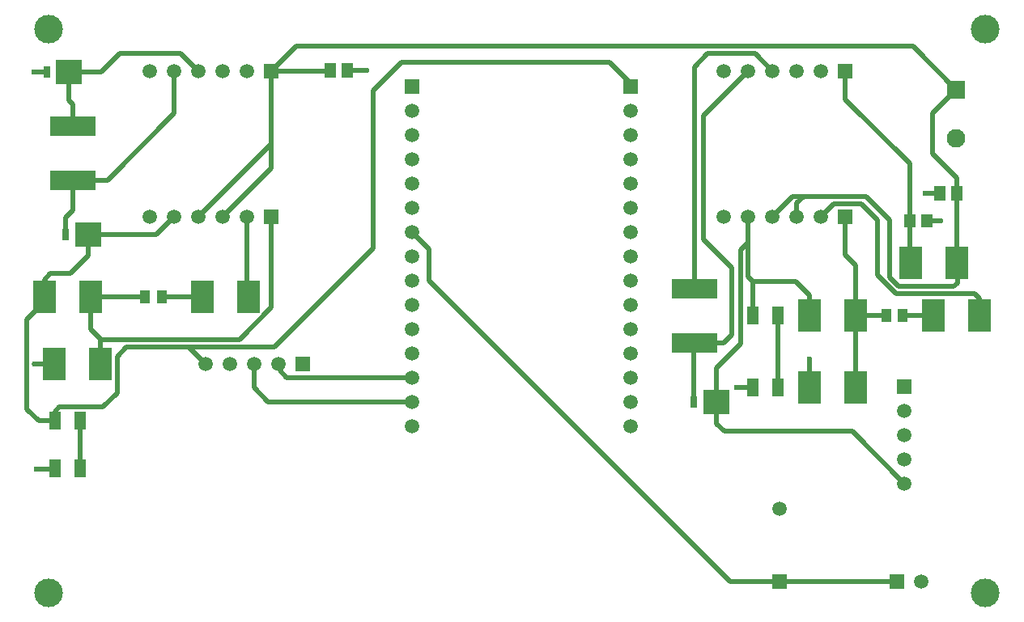
<source format=gtl>
G04*
G04 #@! TF.GenerationSoftware,Altium Limited,Altium Designer,22.8.2 (66)*
G04*
G04 Layer_Physical_Order=1*
G04 Layer_Color=255*
%FSLAX44Y44*%
%MOMM*%
G71*
G04*
G04 #@! TF.SameCoordinates,AD83E0BB-F914-43FB-B5B6-00057FB2F5A7*
G04*
G04*
G04 #@! TF.FilePolarity,Positive*
G04*
G01*
G75*
%ADD12R,1.2000X1.5200*%
%ADD13R,1.1500X1.4500*%
%ADD14R,2.3700X3.3700*%
%ADD15R,1.1000X1.3800*%
%ADD16R,4.7000X2.0500*%
%ADD17R,0.7620X1.2700*%
%ADD18R,2.6700X2.5400*%
%ADD19R,1.3000X1.9200*%
%ADD35C,0.5000*%
%ADD36C,3.0000*%
%ADD37R,1.9500X1.9500*%
%ADD38C,1.9500*%
%ADD39R,1.5000X1.5000*%
%ADD40C,1.5000*%
%ADD41R,1.5000X1.5000*%
%ADD42C,0.6000*%
D12*
X962690Y448480D02*
D03*
X980430D02*
D03*
X324530Y577090D02*
D03*
X342270D02*
D03*
D13*
X948810Y419778D02*
D03*
X930810D02*
D03*
D14*
X931762Y375836D02*
D03*
X979862D02*
D03*
X1004050Y320000D02*
D03*
X955950D02*
D03*
X825950D02*
D03*
X874050D02*
D03*
Y245000D02*
D03*
X825950D02*
D03*
X84050Y270000D02*
D03*
X35950D02*
D03*
X239050Y340000D02*
D03*
X190950D02*
D03*
X25950D02*
D03*
X74050D02*
D03*
D15*
X923850Y320000D02*
D03*
X906150D02*
D03*
X148850Y340000D02*
D03*
X131150D02*
D03*
D16*
X705500Y348250D02*
D03*
Y291750D02*
D03*
X55500Y518250D02*
D03*
Y461750D02*
D03*
D17*
X705243Y230000D02*
D03*
X48243Y405000D02*
D03*
X28243Y575000D02*
D03*
D18*
X728753Y230000D02*
D03*
X71753Y405000D02*
D03*
X51753Y575000D02*
D03*
D19*
X766900Y320000D02*
D03*
X793100D02*
D03*
Y245000D02*
D03*
X766900D02*
D03*
X36900Y210000D02*
D03*
X63100D02*
D03*
Y160000D02*
D03*
X36900D02*
D03*
D35*
X15000Y270000D02*
X35950D01*
X825950Y245000D02*
Y274320D01*
X342270Y577090D02*
X362910D01*
X410000Y408000D02*
X428000Y390000D01*
Y357000D02*
X743100Y41900D01*
X428000Y357000D02*
Y390000D01*
X916400Y41900D02*
X917300Y41000D01*
X795000Y41900D02*
X916400D01*
X743100D02*
X795000D01*
X870600Y199000D02*
X925000Y144600D01*
X737000Y199000D02*
X870600D01*
X728753Y207247D02*
X737000Y199000D01*
X728753Y207247D02*
Y230000D01*
X766900Y356100D02*
X811800D01*
X825950Y341950D01*
Y320000D02*
Y341950D01*
X761900Y361100D02*
X766900Y356100D01*
X761900Y361100D02*
Y396900D01*
X766900Y320000D02*
Y356100D01*
X754000Y389000D02*
X761900Y396900D01*
Y423800D01*
X754000Y291000D02*
Y389000D01*
X728753Y265753D02*
X754000Y291000D01*
X745000Y300000D02*
Y370000D01*
X736750Y291750D02*
X745000Y300000D01*
X715000Y400000D02*
X745000Y370000D01*
X728753Y230000D02*
Y265753D01*
X705500Y291750D02*
X736750D01*
X874050Y245000D02*
Y320000D01*
X863500Y383500D02*
Y423800D01*
Y383500D02*
X874050Y372950D01*
Y320000D02*
Y372950D01*
X750000Y245000D02*
X766900D01*
X793100D02*
Y320000D01*
X874050D02*
X906150D01*
X923850D02*
X955950D01*
X851300Y437000D02*
X880000D01*
X838100Y423800D02*
X851300Y437000D01*
X880000D02*
X897000Y420000D01*
X820000Y445000D02*
X885000D01*
X910000Y420000D01*
X897000Y362337D02*
Y420000D01*
X916337Y343000D02*
X999000D01*
X897000Y362337D02*
X916337Y343000D01*
X919460Y350540D02*
X976790D01*
X910000Y360000D02*
X919460Y350540D01*
X910000Y360000D02*
Y420000D01*
X976790Y350540D02*
X980665Y354415D01*
X999000Y343000D02*
X1004000Y338000D01*
Y320050D02*
Y338000D01*
Y320050D02*
X1004050Y320000D01*
X863500Y546500D02*
X930810Y479190D01*
Y419778D02*
Y479190D01*
X934746Y601924D02*
X979746Y556924D01*
X289224Y601924D02*
X934746D01*
X946922Y448480D02*
X962690D01*
X980430D02*
Y464570D01*
X955000Y490000D02*
X980430Y464570D01*
X955000Y490000D02*
Y532178D01*
X979746Y556924D01*
X930810Y376788D02*
X931762Y375836D01*
Y376344D01*
X932270Y375836D01*
X979862D02*
X980430Y376404D01*
X980665Y354415D02*
Y375033D01*
X979862Y375836D02*
X980665Y375033D01*
X948810Y419778D02*
X962924D01*
X980430Y376404D02*
Y448480D01*
X930810Y376788D02*
Y419778D01*
X787300Y423800D02*
X808500Y445000D01*
X820000D01*
X812700Y437700D02*
X820000Y445000D01*
X812700Y423800D02*
Y437700D01*
X863500Y546500D02*
Y576200D01*
X719384Y594384D02*
X769116D01*
X263500Y576200D02*
X289224Y601924D01*
X769116Y594384D02*
X787300Y576200D01*
X705500Y580500D02*
X719384Y594384D01*
X705243Y230000D02*
Y291493D01*
X705500Y291750D01*
X715000Y400000D02*
Y529300D01*
X761900Y576200D01*
X705500Y348250D02*
Y580500D01*
X272313Y262687D02*
X279400Y255600D01*
X270400Y270000D02*
X272313Y268087D01*
X279400Y255600D02*
X410000D01*
X272313Y262687D02*
Y268087D01*
X245000Y245000D02*
X259800Y230200D01*
X410000D01*
X245000Y245000D02*
Y270000D01*
X638600Y560400D02*
Y563500D01*
X17526Y159766D02*
X36666D01*
X36900Y160000D01*
X63100D02*
Y210000D01*
X399000Y585000D02*
X617100D01*
X370000Y556000D02*
X399000Y585000D01*
X370000Y391000D02*
Y556000D01*
X617100Y585000D02*
X638600Y563500D01*
X266460Y287460D02*
X370000Y391000D01*
X176740Y287460D02*
X266460D01*
X230000Y295000D02*
X263500Y328500D01*
X84050Y295000D02*
X230000Y295000D01*
X176740Y287460D02*
X194200Y270000D01*
X111929Y287460D02*
X176740D01*
X102000Y239280D02*
Y277531D01*
X111929Y287460D01*
X263500Y328500D02*
Y423800D01*
X87360Y224640D02*
X102000Y239280D01*
X41640Y224640D02*
X87360D01*
X37000Y220000D02*
X41640Y224640D01*
X37000Y210100D02*
Y220000D01*
X36900Y210000D02*
X37000Y210100D01*
X7460Y222540D02*
X20000Y210000D01*
X7460Y222540D02*
Y316510D01*
X25950Y335000D01*
Y340000D01*
X20000Y210000D02*
X36900D01*
X84050Y295000D02*
Y295950D01*
Y270000D02*
Y295000D01*
X74050Y305950D02*
X84050Y295950D01*
X74050Y305950D02*
Y340000D01*
X238100Y340950D02*
X239050Y340000D01*
X238100Y340950D02*
Y423800D01*
X189934Y340000D02*
X190442Y340508D01*
X148850Y340000D02*
X189934D01*
X74050D02*
X131150D01*
X71753Y405000D02*
X143100D01*
X161900Y423800D01*
X53000Y364000D02*
X71753Y382753D01*
Y405000D01*
X32000Y364000D02*
X53000D01*
X26000Y358000D02*
X32000Y364000D01*
X26000Y340050D02*
Y358000D01*
X25950Y340000D02*
X26000Y340050D01*
X212700Y423800D02*
X263500Y474600D01*
Y500000D01*
Y576200D01*
X187300Y423800D02*
X263500Y500000D01*
X161900Y531900D02*
Y576200D01*
X91750Y461750D02*
X161900Y531900D01*
X55500Y461750D02*
X91750D01*
X85000Y575000D02*
X105000Y595000D01*
X168500D01*
X187300Y576200D01*
X263500D02*
X323640D01*
X324530Y577090D01*
X48243Y423243D02*
X55500Y430500D01*
Y461750D01*
X48243Y405000D02*
Y423243D01*
X51753Y545247D02*
Y575000D01*
Y545247D02*
X55500Y541500D01*
Y518250D02*
Y541500D01*
X15000Y575000D02*
X28243D01*
X51753D02*
X85000D01*
X190442Y340508D02*
X190950Y340000D01*
D36*
X30000Y620000D02*
D03*
X1010000Y30000D02*
D03*
Y620000D02*
D03*
X30000Y30000D02*
D03*
D37*
X979746Y556924D02*
D03*
D38*
Y506124D02*
D03*
D39*
X917300Y42000D02*
D03*
X795000Y41900D02*
D03*
X295800Y270000D02*
D03*
D40*
X942700Y42000D02*
D03*
X795000Y118100D02*
D03*
X270400Y270000D02*
D03*
X245000D02*
D03*
X219600D02*
D03*
X194200D02*
D03*
X187300Y576200D02*
D03*
X161900D02*
D03*
X136500D02*
D03*
X212700D02*
D03*
X238100D02*
D03*
X212700Y423800D02*
D03*
X238100D02*
D03*
X187300D02*
D03*
X136500D02*
D03*
X161900D02*
D03*
X761900D02*
D03*
X736500D02*
D03*
X787300D02*
D03*
X838100D02*
D03*
X812700D02*
D03*
X838100Y576200D02*
D03*
X812700D02*
D03*
X736500D02*
D03*
X761900D02*
D03*
X787300D02*
D03*
X638600Y535000D02*
D03*
Y509600D02*
D03*
Y408000D02*
D03*
Y458800D02*
D03*
Y484200D02*
D03*
Y382600D02*
D03*
Y204800D02*
D03*
Y230200D02*
D03*
Y255600D02*
D03*
Y281000D02*
D03*
Y306400D02*
D03*
Y331800D02*
D03*
Y357200D02*
D03*
Y433400D02*
D03*
X410000Y230200D02*
D03*
Y306400D02*
D03*
Y331800D02*
D03*
Y357200D02*
D03*
Y382600D02*
D03*
Y408000D02*
D03*
Y433400D02*
D03*
Y458800D02*
D03*
Y484200D02*
D03*
Y509600D02*
D03*
Y535000D02*
D03*
Y204800D02*
D03*
Y255600D02*
D03*
Y281000D02*
D03*
X925000Y144600D02*
D03*
Y170000D02*
D03*
Y195400D02*
D03*
Y220800D02*
D03*
D41*
X263500Y423800D02*
D03*
Y576200D02*
D03*
X863500D02*
D03*
Y423800D02*
D03*
X410000Y560400D02*
D03*
X638600Y560400D02*
D03*
X925000Y246200D02*
D03*
D42*
X825950Y274320D02*
D03*
X362910Y577090D02*
D03*
X750000Y245000D02*
D03*
X946922Y448480D02*
D03*
X962924Y419778D02*
D03*
X17526Y159766D02*
D03*
X15557Y269963D02*
D03*
X15000Y575000D02*
D03*
M02*

</source>
